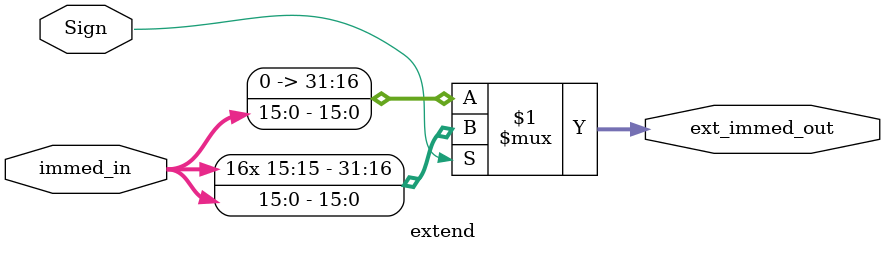
<source format=v>
/*
Input Port
		1. immed_in: 讀入欲做sign extend資料
		2. Sign : 0 無號 1 有號
	Output Port
		1. ext_immed_out: 輸出已完成sign extend資料
		
*/
module extend( immed_in, Sign, ext_immed_out );
    input Sign ;
	input[15:0] immed_in;
	output[31:0] ext_immed_out;
	assign ext_immed_out = Sign ? { {16{immed_in[15]}}, immed_in } : { 16'b0, immed_in };
endmodule

</source>
